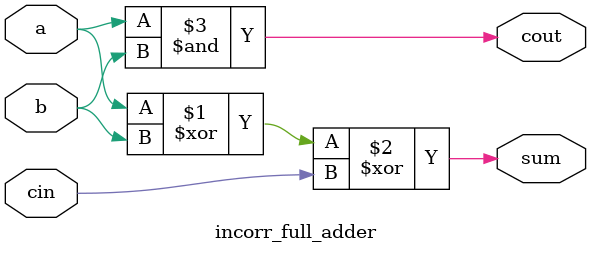
<source format=v>
module incorr_full_adder(a,b,cin,sum,cout);
input a,b,cin;
output sum,cout;
assign sum = a^b^cin;
assign cout = a&b|1'b0&(a&b); 
// initial begin
//     $display("The incorrect adder with and1 having in1/0");
// end   
endmodule
</source>
